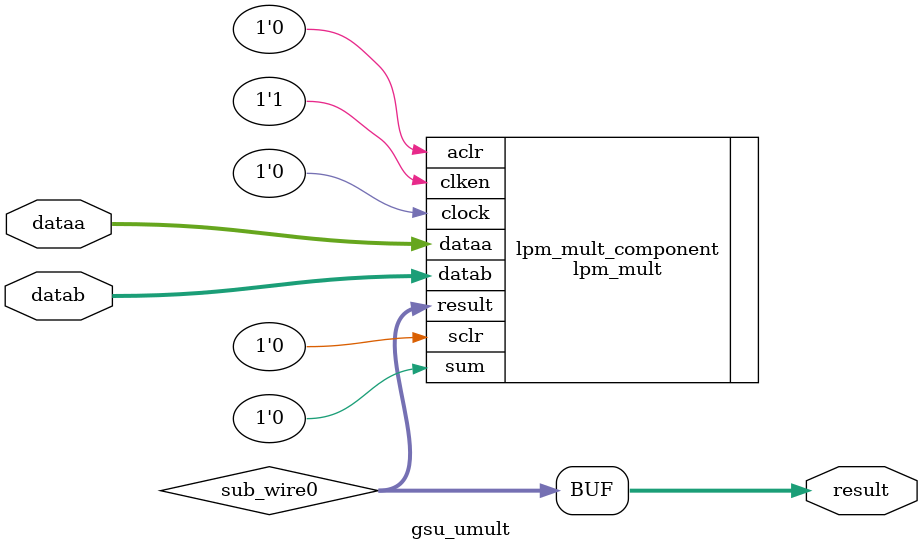
<source format=v>
module gsu_umult (
	dataa,
	datab,
	result);
	input	[7:0]  dataa;
	input	[7:0]  datab;
	output	[15:0]  result;
	wire [15:0] sub_wire0;
	wire [15:0] result = sub_wire0[15:0];
	lpm_mult	lpm_mult_component (
				.dataa (dataa),
				.datab (datab),
				.result (sub_wire0),
				.aclr (1'b0),
				.clken (1'b1),
				.clock (1'b0),
				.sclr (1'b0),
				.sum (1'b0));
	defparam
		lpm_mult_component.lpm_hint = "MAXIMIZE_SPEED=5",
		lpm_mult_component.lpm_representation = "UNSIGNED",
		lpm_mult_component.lpm_type = "LPM_MULT",
		lpm_mult_component.lpm_widtha = 8,
		lpm_mult_component.lpm_widthb = 8,
		lpm_mult_component.lpm_widthp = 16;
endmodule
</source>
